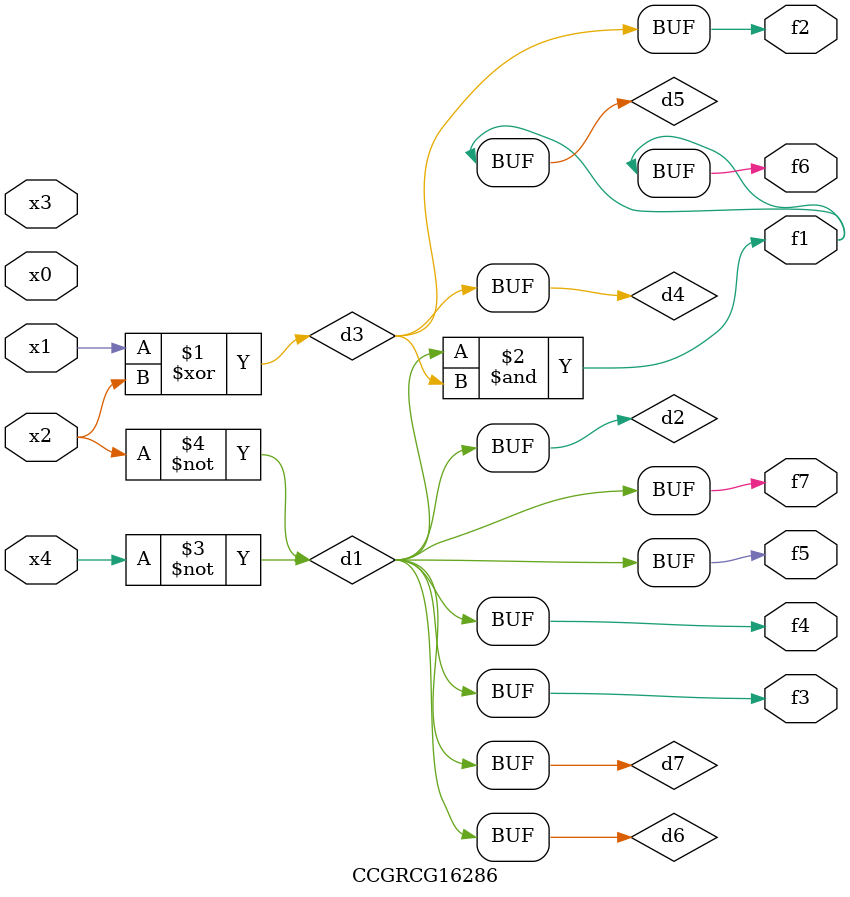
<source format=v>
module CCGRCG16286(
	input x0, x1, x2, x3, x4,
	output f1, f2, f3, f4, f5, f6, f7
);

	wire d1, d2, d3, d4, d5, d6, d7;

	not (d1, x4);
	not (d2, x2);
	xor (d3, x1, x2);
	buf (d4, d3);
	and (d5, d1, d3);
	buf (d6, d1, d2);
	buf (d7, d2);
	assign f1 = d5;
	assign f2 = d4;
	assign f3 = d7;
	assign f4 = d7;
	assign f5 = d7;
	assign f6 = d5;
	assign f7 = d7;
endmodule

</source>
